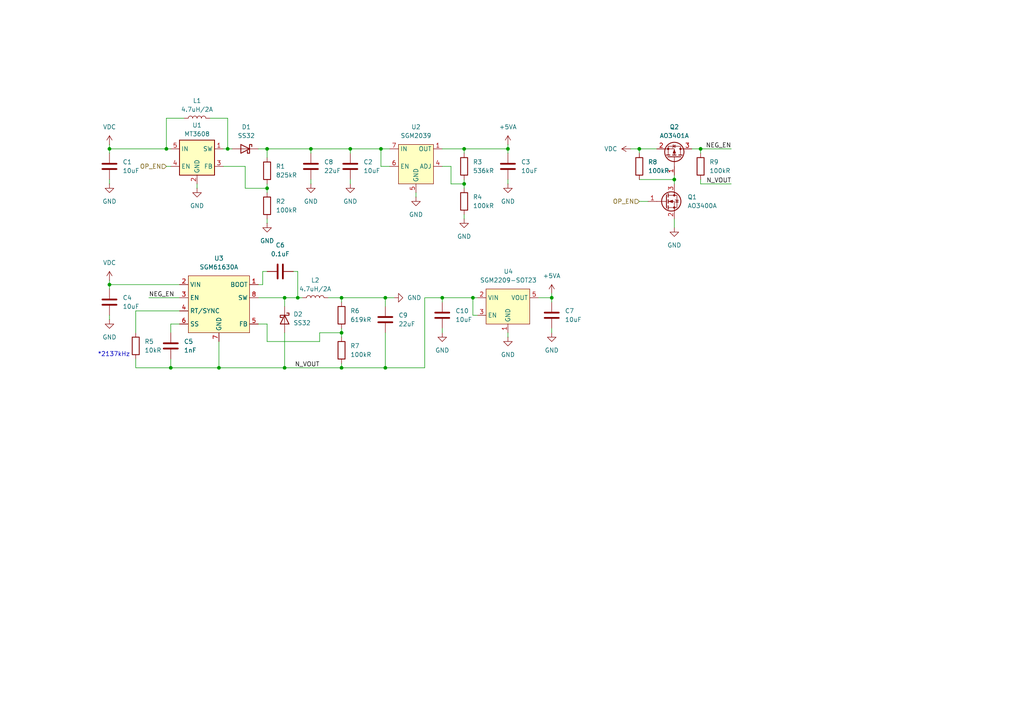
<source format=kicad_sch>
(kicad_sch (version 20250114) (generator "eeschema") (generator_version "9.0")
  (paper "A4")
  (lib_symbols
    (symbol "Device:C" (pin_numbers (hide yes)) (pin_names (offset 0.254))
      (property "Reference" "C" (at 0.635 2.54 0))
      (property "Value" "C" (at 0.635 -2.54 0))
      (symbol "C_0_1"
        (polyline (pts (xy -2.032 0.762) (xy 2.032 0.762)) (stroke (width 0.508)))
        (polyline (pts (xy -2.032 -0.762) (xy 2.032 -0.762)) (stroke (width 0.508)))
      )
      (symbol "C_1_1"
        (pin passive line (at 0 3.81 270) (length 2.794) (name "~") (number "1"))
        (pin passive line (at 0 -3.81 90) (length 2.794) (name "~") (number "2"))
      )
    )
    (symbol "Device:L" (pin_numbers (hide yes)) (pin_names (offset 1.016) (hide yes))
      (property "Reference" "L" (at -1.27 0 90))
      (property "Value" "L" (at 1.905 0 90))
      (symbol "L_0_1"
        (arc (start 0 2.54) (mid 0.6323 1.905) (end 0 1.27))
        (arc (start 0 1.27) (mid 0.6323 0.635) (end 0 0))
        (arc (start 0 0) (mid 0.6323 -0.635) (end 0 -1.27))
        (arc (start 0 -1.27) (mid 0.6323 -1.905) (end 0 -2.54))
      )
      (symbol "L_1_1"
        (pin passive line (at 0 3.81 270) (length 1.27) (name "1") (number "1"))
        (pin passive line (at 0 -3.81 90) (length 1.27) (name "2") (number "2"))
      )
    )
    (symbol "Device:R" (pin_numbers (hide yes)) (pin_names (offset 0))
      (property "Reference" "R" (at 2.032 0 90))
      (property "Value" "R" (at 0 0 90))
      (symbol "R_0_1"
        (rectangle (start -1.016 -2.54) (end 1.016 2.54) (stroke (width 0.254)))
      )
      (symbol "R_1_1"
        (pin passive line (at 0 3.81 270) (length 1.27) (name "~") (number "1"))
        (pin passive line (at 0 -3.81 90) (length 1.27) (name "~") (number "2"))
      )
    )
    (symbol "Diode:SS32" (pin_numbers (hide yes)) (pin_names (offset 1.016) (hide yes))
      (property "Reference" "D" (at 0 2.54 0))
      (property "Value" "SS32" (at 0 -2.54 0))
      (symbol "SS32_0_1"
        (polyline (pts (xy -1.905 0.635) (xy -1.905 1.27) (xy -1.27 1.27) (xy -1.27 -1.27) (xy -0.635 -1.27) (xy -0.635 -0.635)) (stroke (width 0.254)))
        (polyline (pts (xy 1.27 1.27) (xy 1.27 -1.27) (xy -1.27 0) (xy 1.27 1.27)) (stroke (width 0.254)))
        (polyline (pts (xy 1.27 0) (xy -1.27 0)))
      )
      (symbol "SS32_1_1"
        (pin passive line (at -3.81 0 0) (length 2.54) (name "K") (number "1"))
        (pin passive line (at 3.81 0 180) (length 2.54) (name "A") (number "2"))
      )
    )
    (symbol "Regulator_Switching:MT3608"
      (property "Reference" "U" (at -2.54 8.89 0))
      (property "Value" "MT3608" (at -3.81 6.35 0))
      (symbol "MT3608_0_1"
        (rectangle (start -5.08 5.08) (end 5.08 -5.08) (stroke (width 0.254)) (fill (type background)))
      )
      (symbol "MT3608_1_1"
        (pin power_in line (at -7.62 2.54 0) (length 2.54) (name "IN") (number "5"))
        (pin input line (at -7.62 -2.54 0) (length 2.54) (name "EN") (number "4"))
        (pin power_in line (at 0 -7.62 90) (length 2.54) (name "GND") (number "2"))
        (pin no_connect line (at 5.08 0 180) (length 2.54) (hide yes) (name "NC") (number "6"))
        (pin passive line (at 7.62 2.54 180) (length 2.54) (name "SW") (number "1"))
        (pin input line (at 7.62 -2.54 180) (length 2.54) (name "FB") (number "3"))
      )
    )
    (symbol "SGM_Power:SGM2039"
      (property "Reference" "U" (at 0 0.254 0))
      (property "Value" "SGM2039" (at 0 0 0))
      (symbol "SGM2039_1_1"
        (rectangle (start -5.08 3.81) (end 5.08 -7.62) (fill (type background)))
        (pin passive line (at -7.62 2.54 0) (length 2.54) (name "IN") (number "7"))
        (pin passive line (at -7.62 2.54 0) (length 2.54) (hide yes) (name "IN") (number "8"))
        (pin passive line (at -7.62 -2.54 0) (length 2.54) (name "EN") (number "6"))
        (pin no_connect line (at 0 7.62 270) (length 2.54) (hide yes) (name "NC") (number "3"))
        (pin passive line (at 0 -10.16 90) (length 2.54) (name "GND") (number "5"))
        (pin passive line (at 0 -10.16 90) (length 2.54) (hide yes) (name "EP") (number "9"))
        (pin passive line (at 7.62 2.54 180) (length 2.54) (name "OUT") (number "1"))
        (pin passive line (at 7.62 2.54 180) (length 2.54) (hide yes) (name "OUT") (number "2"))
        (pin passive line (at 7.62 -2.54 180) (length 2.54) (name "ADJ") (number "4"))
      )
    )
    (symbol "SGM_Power:SGM2209"
      (property "Reference" "U" (at 0 0 0))
      (property "Value" "SGM2209-SOT23" (at 0 0 0))
      (symbol "SGM2209_1_1"
        (rectangle (start -6.35 5.08) (end 6.35 -5.08) (fill (type background)))
        (pin passive line (at -8.89 2.54 0) (length 2.54) (name "VIN") (number "2"))
        (pin passive line (at -8.89 -2.54 0) (length 2.54) (name "EN") (number "3"))
        (pin passive line (at 0 -7.62 90) (length 2.54) (name "GND") (number "1"))
        (pin passive line (at 8.89 2.54 180) (length 2.54) (name "VOUT") (number "5"))
        (pin no_connect line (at 8.89 -2.54 180) (length 2.54) (hide yes) (name "NC") (number "4"))
      )
    )
    (symbol "SGM_Power:SGM61630A"
      (property "Reference" "U" (at 0 0 0))
      (property "Value" "SGM61630A" (at 0 0 0))
      (symbol "SGM61630A_1_1"
        (rectangle (start -8.89 7.62) (end 8.89 -8.89) (fill (type background)))
        (pin passive line (at -11.43 5.08 0) (length 2.54) (name "VIN") (number "2"))
        (pin passive line (at -11.43 1.27 0) (length 2.54) (name "EN") (number "3"))
        (pin passive line (at -11.43 -2.54 0) (length 2.54) (name "RT/SYNC") (number "4"))
        (pin passive line (at -11.43 -6.35 0) (length 2.54) (name "SS") (number "6"))
        (pin passive line (at 0 -11.43 90) (length 2.54) (name "GND") (number "7"))
        (pin passive line (at 0 -11.43 90) (length 2.54) (hide yes) (name "EP") (number "9"))
        (pin passive line (at 11.43 5.08 180) (length 2.54) (name "BOOT") (number "1"))
        (pin passive line (at 11.43 1.27 180) (length 2.54) (name "SW") (number "8"))
        (pin passive line (at 11.43 -6.35 180) (length 2.54) (name "FB") (number "5"))
      )
    )
    (symbol "Transistor_FET:AO3400A" (pin_names (hide yes))
      (property "Reference" "Q" (at 5.08 1.905 0))
      (property "Value" "AO3400A" (at 5.08 0 0))
      (symbol "AO3400A_0_1"
        (polyline (pts (xy 0.254 1.905) (xy 0.254 -1.905)) (stroke (width 0.254)))
        (polyline (pts (xy 0.254 0) (xy -2.54 0)))
        (polyline (pts (xy 0.762 2.286) (xy 0.762 1.27)) (stroke (width 0.254)))
        (polyline (pts (xy 0.762 0.508) (xy 0.762 -0.508)) (stroke (width 0.254)))
        (polyline (pts (xy 0.762 -1.27) (xy 0.762 -2.286)) (stroke (width 0.254)))
        (polyline (pts (xy 0.762 -1.778) (xy 3.302 -1.778) (xy 3.302 1.778) (xy 0.762 1.778)))
        (polyline (pts (xy 1.016 0) (xy 2.032 0.381) (xy 2.032 -0.381) (xy 1.016 0)) (fill (type outline)))
        (circle (center 1.651 0) (radius 2.794) (stroke (width 0.254)))
        (polyline (pts (xy 2.54 2.54) (xy 2.54 1.778)))
        (circle (center 2.54 1.778) (radius 0.254) (fill (type outline)))
        (circle (center 2.54 -1.778) (radius 0.254) (fill (type outline)))
        (polyline (pts (xy 2.54 -2.54) (xy 2.54 0) (xy 0.762 0)))
        (polyline (pts (xy 2.794 0.508) (xy 2.921 0.381) (xy 3.683 0.381) (xy 3.81 0.254)))
        (polyline (pts (xy 3.302 0.381) (xy 2.921 -0.254) (xy 3.683 -0.254) (xy 3.302 0.381)))
      )
      (symbol "AO3400A_1_1"
        (pin input line (at -5.08 0 0) (length 2.54) (name "G") (number "1"))
        (pin passive line (at 2.54 5.08 270) (length 2.54) (name "D") (number "3"))
        (pin passive line (at 2.54 -5.08 90) (length 2.54) (name "S") (number "2"))
      )
    )
    (symbol "Transistor_FET:AO3401A" (pin_names (hide yes))
      (property "Reference" "Q" (at 5.08 1.905 0))
      (property "Value" "AO3401A" (at 5.08 0 0))
      (symbol "AO3401A_0_1"
        (polyline (pts (xy 0.254 1.905) (xy 0.254 -1.905)) (stroke (width 0.254)))
        (polyline (pts (xy 0.254 0) (xy -2.54 0)))
        (polyline (pts (xy 0.762 2.286) (xy 0.762 1.27)) (stroke (width 0.254)))
        (polyline (pts (xy 0.762 1.778) (xy 3.302 1.778) (xy 3.302 -1.778) (xy 0.762 -1.778)))
        (polyline (pts (xy 0.762 0.508) (xy 0.762 -0.508)) (stroke (width 0.254)))
        (polyline (pts (xy 0.762 -1.27) (xy 0.762 -2.286)) (stroke (width 0.254)))
        (circle (center 1.651 0) (radius 2.794) (stroke (width 0.254)))
        (polyline (pts (xy 2.286 0) (xy 1.27 0.381) (xy 1.27 -0.381) (xy 2.286 0)) (fill (type outline)))
        (polyline (pts (xy 2.54 2.54) (xy 2.54 1.778)))
        (circle (center 2.54 1.778) (radius 0.254) (fill (type outline)))
        (circle (center 2.54 -1.778) (radius 0.254) (fill (type outline)))
        (polyline (pts (xy 2.54 -2.54) (xy 2.54 0) (xy 0.762 0)))
        (polyline (pts (xy 2.794 -0.508) (xy 2.921 -0.381) (xy 3.683 -0.381) (xy 3.81 -0.254)))
        (polyline (pts (xy 3.302 -0.381) (xy 2.921 0.254) (xy 3.683 0.254) (xy 3.302 -0.381)))
      )
      (symbol "AO3401A_1_1"
        (pin input line (at -5.08 0 0) (length 2.54) (name "G") (number "1"))
        (pin passive line (at 2.54 5.08 270) (length 2.54) (name "D") (number "3"))
        (pin passive line (at 2.54 -5.08 90) (length 2.54) (name "S") (number "2"))
      )
    )
    (symbol "power:+5VA" (power) (pin_numbers (hide yes)) (pin_names (offset 0) (hide yes))
      (property "Value" "+5VA" (at 0 3.556 0))
      (symbol "+5VA_0_1"
        (polyline (pts (xy -0.762 1.27) (xy 0 2.54)))
        (polyline (pts (xy 0 2.54) (xy 0.762 1.27)))
        (polyline (pts (xy 0 0) (xy 0 2.54)))
      )
      (symbol "+5VA_1_1"
        (pin power_in line (at 0 0 90) (length 0) (name "~") (number "1"))
      )
    )
    (symbol "power:GND" (power) (pin_numbers (hide yes)) (pin_names (offset 0) (hide yes))
      (property "Value" "GND" (at 0 -3.81 0))
      (symbol "GND_0_1"
        (polyline (pts (xy 0 0) (xy 0 -1.27) (xy 1.27 -1.27) (xy 0 -2.54) (xy -1.27 -1.27) (xy 0 -1.27)))
      )
      (symbol "GND_1_1"
        (pin power_in line (at 0 0 270) (length 0) (name "~") (number "1"))
      )
    )
    (symbol "power:VDC" (power) (pin_numbers (hide yes)) (pin_names (offset 0) (hide yes))
      (property "Value" "VDC" (at 0 3.556 0))
      (symbol "VDC_0_1"
        (polyline (pts (xy -0.762 1.27) (xy 0 2.54)))
        (polyline (pts (xy 0 2.54) (xy 0.762 1.27)))
        (polyline (pts (xy 0 0) (xy 0 2.54)))
      )
      (symbol "VDC_1_1"
        (pin power_in line (at 0 0 90) (length 0) (name "~") (number "1"))
      )
    )
  )
  (text "*2137kHz" (at 33.02 102.87 0) (effects (font (size 1.27 1.27))))
  (junction (at 134.62 43.18))
  (junction (at 128.27 86.36))
  (junction (at 77.47 43.18))
  (junction (at 31.75 43.18))
  (junction (at 195.58 52.07))
  (junction (at 66.04 43.18))
  (junction (at 48.26 43.18))
  (junction (at 49.53 106.68))
  (junction (at 31.75 82.55))
  (junction (at 110.49 43.18))
  (junction (at 77.47 54.61))
  (junction (at 101.6 43.18))
  (junction (at 99.06 106.68))
  (junction (at 82.55 86.36))
  (junction (at 90.17 43.18))
  (junction (at 86.36 86.36))
  (junction (at 160.02 86.36))
  (junction (at 134.62 53.34))
  (junction (at 82.55 106.68))
  (junction (at 63.5 106.68))
  (junction (at 111.76 86.36))
  (junction (at 137.16 86.36))
  (junction (at 203.2 43.18))
  (junction (at 111.76 106.68))
  (junction (at 99.06 96.52))
  (junction (at 99.06 86.36))
  (junction (at 147.32 43.18))
  (junction (at 185.42 43.18))
  (wire (pts (xy 52.07 93.98) (xy 49.53 93.98)))
  (wire (pts (xy 39.37 104.14) (xy 39.37 106.68)))
  (wire (pts (xy 134.62 43.18) (xy 147.32 43.18)))
  (wire (pts (xy 160.02 86.36) (xy 160.02 87.63)))
  (wire (pts (xy 99.06 106.68) (xy 82.55 106.68)))
  (wire (pts (xy 160.02 95.25) (xy 160.02 96.52)))
  (wire (pts (xy 128.27 43.18) (xy 134.62 43.18)))
  (wire (pts (xy 99.06 105.41) (xy 99.06 106.68)))
  (wire (pts (xy 71.12 54.61) (xy 77.47 54.61)))
  (wire (pts (xy 39.37 90.17) (xy 52.07 90.17)))
  (wire (pts (xy 95.25 86.36) (xy 99.06 86.36)))
  (wire (pts (xy 90.17 52.07) (xy 90.17 53.34)))
  (wire (pts (xy 77.47 54.61) (xy 77.47 55.88)))
  (wire (pts (xy 31.75 81.28) (xy 31.75 82.55)))
  (wire (pts (xy 49.53 106.68) (xy 63.5 106.68)))
  (wire (pts (xy 99.06 96.52) (xy 99.06 97.79)))
  (wire (pts (xy 64.77 43.18) (xy 66.04 43.18)))
  (wire (pts (xy 82.55 96.52) (xy 82.55 106.68)))
  (wire (pts (xy 111.76 86.36) (xy 99.06 86.36)))
  (wire (pts (xy 48.26 34.29) (xy 48.26 43.18)))
  (wire (pts (xy 134.62 52.07) (xy 134.62 53.34)))
  (wire (pts (xy 92.71 96.52) (xy 99.06 96.52)))
  (wire (pts (xy 92.71 99.06) (xy 92.71 96.52)))
  (wire (pts (xy 77.47 78.74) (xy 76.2 78.74)))
  (wire (pts (xy 77.47 99.06) (xy 92.71 99.06)))
  (wire (pts (xy 74.93 86.36) (xy 82.55 86.36)))
  (wire (pts (xy 90.17 43.18) (xy 101.6 43.18)))
  (wire (pts (xy 82.55 86.36) (xy 82.55 88.9)))
  (wire (pts (xy 48.26 48.26) (xy 49.53 48.26)))
  (wire (pts (xy 130.81 48.26) (xy 130.81 53.34)))
  (wire (pts (xy 182.88 43.18) (xy 185.42 43.18)))
  (wire (pts (xy 77.47 43.18) (xy 77.47 45.72)))
  (wire (pts (xy 101.6 52.07) (xy 101.6 53.34)))
  (wire (pts (xy 49.53 104.14) (xy 49.53 106.68)))
  (wire (pts (xy 74.93 43.18) (xy 77.47 43.18)))
  (wire (pts (xy 203.2 53.34) (xy 212.09 53.34)))
  (wire (pts (xy 138.43 91.44) (xy 137.16 91.44)))
  (wire (pts (xy 31.75 82.55) (xy 31.75 83.82)))
  (wire (pts (xy 31.75 82.55) (xy 52.07 82.55)))
  (wire (pts (xy 99.06 95.25) (xy 99.06 96.52)))
  (wire (pts (xy 99.06 86.36) (xy 99.06 87.63)))
  (wire (pts (xy 48.26 43.18) (xy 49.53 43.18)))
  (wire (pts (xy 77.47 63.5) (xy 77.47 64.77)))
  (wire (pts (xy 195.58 63.5) (xy 195.58 66.04)))
  (wire (pts (xy 156.21 86.36) (xy 160.02 86.36)))
  (wire (pts (xy 128.27 95.25) (xy 128.27 96.52)))
  (wire (pts (xy 49.53 93.98) (xy 49.53 96.52)))
  (wire (pts (xy 137.16 86.36) (xy 128.27 86.36)))
  (wire (pts (xy 77.47 53.34) (xy 77.47 54.61)))
  (wire (pts (xy 114.3 86.36) (xy 111.76 86.36)))
  (wire (pts (xy 138.43 86.36) (xy 137.16 86.36)))
  (wire (pts (xy 64.77 48.26) (xy 71.12 48.26)))
  (wire (pts (xy 147.32 52.07) (xy 147.32 53.34)))
  (wire (pts (xy 43.18 86.36) (xy 52.07 86.36)))
  (wire (pts (xy 66.04 34.29) (xy 66.04 43.18)))
  (wire (pts (xy 86.36 78.74) (xy 86.36 86.36)))
  (wire (pts (xy 147.32 41.91) (xy 147.32 43.18)))
  (wire (pts (xy 111.76 106.68) (xy 99.06 106.68)))
  (wire (pts (xy 195.58 52.07) (xy 195.58 53.34)))
  (wire (pts (xy 85.09 78.74) (xy 86.36 78.74)))
  (wire (pts (xy 31.75 44.45) (xy 31.75 43.18)))
  (wire (pts (xy 31.75 91.44) (xy 31.75 92.71)))
  (wire (pts (xy 86.36 86.36) (xy 87.63 86.36)))
  (wire (pts (xy 39.37 106.68) (xy 49.53 106.68)))
  (wire (pts (xy 185.42 52.07) (xy 195.58 52.07)))
  (wire (pts (xy 128.27 86.36) (xy 128.27 87.63)))
  (wire (pts (xy 77.47 93.98) (xy 77.47 99.06)))
  (wire (pts (xy 128.27 48.26) (xy 130.81 48.26)))
  (wire (pts (xy 128.27 86.36) (xy 123.19 86.36)))
  (wire (pts (xy 113.03 48.26) (xy 110.49 48.26)))
  (wire (pts (xy 203.2 43.18) (xy 203.2 44.45)))
  (wire (pts (xy 74.93 93.98) (xy 77.47 93.98)))
  (wire (pts (xy 110.49 48.26) (xy 110.49 43.18)))
  (wire (pts (xy 101.6 43.18) (xy 101.6 44.45)))
  (wire (pts (xy 31.75 41.91) (xy 31.75 43.18)))
  (wire (pts (xy 76.2 78.74) (xy 76.2 82.55)))
  (wire (pts (xy 31.75 52.07) (xy 31.75 53.34)))
  (wire (pts (xy 203.2 52.07) (xy 203.2 53.34)))
  (wire (pts (xy 203.2 43.18) (xy 212.09 43.18)))
  (wire (pts (xy 190.5 43.18) (xy 185.42 43.18)))
  (wire (pts (xy 76.2 82.55) (xy 74.93 82.55)))
  (wire (pts (xy 60.96 34.29) (xy 66.04 34.29)))
  (wire (pts (xy 63.5 106.68) (xy 63.5 99.06)))
  (wire (pts (xy 101.6 43.18) (xy 110.49 43.18)))
  (wire (pts (xy 123.19 106.68) (xy 111.76 106.68)))
  (wire (pts (xy 111.76 86.36) (xy 111.76 88.9)))
  (wire (pts (xy 120.65 55.88) (xy 120.65 57.15)))
  (wire (pts (xy 113.03 43.18) (xy 110.49 43.18)))
  (wire (pts (xy 134.62 53.34) (xy 134.62 54.61)))
  (wire (pts (xy 71.12 48.26) (xy 71.12 54.61)))
  (wire (pts (xy 39.37 96.52) (xy 39.37 90.17)))
  (wire (pts (xy 147.32 43.18) (xy 147.32 44.45)))
  (wire (pts (xy 82.55 86.36) (xy 86.36 86.36)))
  (wire (pts (xy 130.81 53.34) (xy 134.62 53.34)))
  (wire (pts (xy 134.62 62.23) (xy 134.62 63.5)))
  (wire (pts (xy 53.34 34.29) (xy 48.26 34.29)))
  (wire (pts (xy 147.32 96.52) (xy 147.32 97.79)))
  (wire (pts (xy 82.55 106.68) (xy 63.5 106.68)))
  (wire (pts (xy 185.42 58.42) (xy 187.96 58.42)))
  (wire (pts (xy 195.58 50.8) (xy 195.58 52.07)))
  (wire (pts (xy 185.42 43.18) (xy 185.42 44.45)))
  (wire (pts (xy 134.62 43.18) (xy 134.62 44.45)))
  (wire (pts (xy 137.16 86.36) (xy 137.16 91.44)))
  (wire (pts (xy 57.15 53.34) (xy 57.15 54.61)))
  (wire (pts (xy 160.02 85.09) (xy 160.02 86.36)))
  (wire (pts (xy 111.76 96.52) (xy 111.76 106.68)))
  (wire (pts (xy 200.66 43.18) (xy 203.2 43.18)))
  (wire (pts (xy 31.75 43.18) (xy 48.26 43.18)))
  (wire (pts (xy 90.17 44.45) (xy 90.17 43.18)))
  (wire (pts (xy 66.04 43.18) (xy 67.31 43.18)))
  (wire (pts (xy 123.19 86.36) (xy 123.19 106.68)))
  (wire (pts (xy 90.17 43.18) (xy 77.47 43.18)))
  (label "NEG_EN" (at 212.09 43.18 180))
  (label "N_VOUT" (at 92.71 106.68 180))
  (label "NEG_EN" (at 43.18 86.36 0))
  (label "N_VOUT" (at 212.09 53.34 180))
  (hierarchical_label "OP_EN" (shape input) (at 185.42 58.42 180))
  (hierarchical_label "OP_EN" (shape input) (at 48.26 48.26 180))
  (symbol (lib_id "Device:C") (at 160.02 91.44 0) (unit 1)
    (property "Reference" "C7" (at 163.83 90.1699 0) (effects (justify left)))
    (property "Value" "10uF" (at 163.83 92.7099 0) (effects (justify left)))
    (property "Description" "Unpolarized capacitor" (effects (hide yes)))
  )
  (symbol (lib_id "Device:C") (at 90.17 48.26 0) (unit 1)
    (property "Reference" "C8" (at 93.98 46.9899 0) (effects (justify left)))
    (property "Value" "22uF" (at 93.98 49.5299 0) (effects (justify left)))
    (property "Footprint" "Capacitor_SMD:C_1206_3216Metric" (effects (hide yes)))
    (property "Description" "Unpolarized capacitor" (effects (hide yes)))
    (property "Part No." "GRM31CR71A226KE15#" (effects (hide yes)))
    (property "Vendor" "muRata" (effects (hide yes)))
  )
  (symbol (lib_id "Device:R") (at 203.2 48.26 0) (unit 1)
    (property "Reference" "R9" (at 205.74 46.9899 0) (effects (justify left)))
    (property "Value" "100kR" (at 205.74 49.5299 0) (effects (justify left)))
    (property "Footprint" "Resistor_SMD:R_0603_1608Metric" (effects (hide yes)))
    (property "Description" "Resistor" (effects (hide yes)))
  )
  (symbol (lib_id "Device:C") (at 49.53 100.33 0) (unit 1)
    (property "Reference" "C5" (at 53.34 99.0599 0) (effects (justify left)))
    (property "Value" "1nF" (at 53.34 101.5999 0) (effects (justify left)))
    (property "Description" "Unpolarized capacitor" (effects (hide yes)))
  )
  (symbol (lib_id "power:GND") (at 101.6 53.34 0) (unit 1)
    (property "Reference" "#PWR06" (effects (hide yes)))
    (property "Value" "GND" (at 101.6 58.42 0))
    (property "Description" "Power symbol creates a global label with name \"GND\" , ground" (effects (hide yes)))
  )
  (symbol (lib_id "Device:R") (at 185.42 48.26 0) (unit 1)
    (property "Reference" "R8" (at 187.96 46.9899 0) (effects (justify left)))
    (property "Value" "100kR" (at 187.96 49.5299 0) (effects (justify left)))
    (property "Footprint" "Resistor_SMD:R_0603_1608Metric" (effects (hide yes)))
    (property "Description" "Resistor" (effects (hide yes)))
  )
  (symbol (lib_id "Device:C") (at 128.27 91.44 0) (unit 1)
    (property "Reference" "C10" (at 132.08 90.1699 0) (effects (justify left)))
    (property "Value" "10uF" (at 132.08 92.7099 0) (effects (justify left)))
    (property "Description" "Unpolarized capacitor" (effects (hide yes)))
  )
  (symbol (lib_id "power:GND") (at 195.58 66.04 0) (unit 1)
    (property "Reference" "#PWR037" (effects (hide yes)))
    (property "Value" "GND" (at 195.58 71.12 0))
    (property "Description" "Power symbol creates a global label with name \"GND\" , ground" (effects (hide yes)))
  )
  (symbol (lib_id "Device:R") (at 134.62 58.42 0) (unit 1)
    (property "Reference" "R4" (at 137.16 57.1499 0) (effects (justify left)))
    (property "Value" "100kR" (at 137.16 59.6899 0) (effects (justify left)))
    (property "Description" "Resistor" (effects (hide yes)))
  )
  (symbol (lib_id "Device:C") (at 101.6 48.26 0) (unit 1)
    (property "Reference" "C2" (at 105.41 46.9899 0) (effects (justify left)))
    (property "Value" "10uF" (at 105.41 49.5299 0) (effects (justify left)))
    (property "Description" "Unpolarized capacitor" (effects (hide yes)))
  )
  (symbol (lib_id "power:GND") (at 128.27 96.52 0) (unit 1)
    (property "Reference" "#PWR016" (effects (hide yes)))
    (property "Value" "GND" (at 128.27 101.6 0))
    (property "Description" "Power symbol creates a global label with name \"GND\" , ground" (effects (hide yes)))
  )
  (symbol (lib_id "Device:L") (at 91.44 86.36 90) (unit 1)
    (property "Reference" "L2" (at 91.44 81.28 90))
    (property "Value" "4.7uH/2A" (at 91.44 83.82 90))
    (property "Footprint" "Inductor_SMD:L_Changjiang_FNR4020S" (effects (hide yes)))
    (property "Description" "Inductor" (effects (hide yes)))
    (property "Part No." "FNR4020S4R7MT" (effects (hide yes)))
    (property "Vendor" "cjiang" (effects (hide yes)))
    (property "Fetched" "20" (effects (hide yes)))
  )
  (symbol (lib_id "SGM_Power:SGM61630A") (at 63.5 87.63 0) (unit 1)
    (property "Reference" "U3" (at 63.5 74.93 0))
    (property "Value" "SGM61630A" (at 63.5 77.47 0))
  )
  (symbol (lib_id "Transistor_FET:AO3400A") (at 193.04 58.42 0) (unit 1)
    (property "Reference" "Q1" (at 199.39 57.1499 0) (effects (justify left)))
    (property "Value" "AO3400A" (at 199.39 59.6899 0) (effects (justify left)))
    (property "Footprint" "Package_TO_SOT_SMD:SOT-23" (effects (hide yes)))
    (property "Datasheet" "http://www.aosmd.com/pdfs/datasheet/AO3400A.pdf" (effects (hide yes)))
    (property "Description" "30V Vds, 5.7A Id, N-Channel MOSFET, SOT-23" (effects (hide yes)))
  )
  (symbol (lib_id "power:VDC") (at 31.75 41.91 0) (unit 1)
    (property "Reference" "#PWR03" (effects (hide yes)))
    (property "Value" "VDC" (at 31.75 36.83 0))
    (property "Description" "Power symbol creates a global label with name \"VDC\"" (effects (hide yes)))
  )
  (symbol (lib_id "Device:C") (at 31.75 87.63 0) (unit 1)
    (property "Reference" "C4" (at 35.56 86.3599 0) (effects (justify left)))
    (property "Value" "10uF" (at 35.56 88.8999 0) (effects (justify left)))
    (property "Description" "Unpolarized capacitor" (effects (hide yes)))
  )
  (symbol (lib_id "Device:R") (at 134.62 48.26 0) (unit 1)
    (property "Reference" "R3" (at 137.16 46.9899 0) (effects (justify left)))
    (property "Value" "536kR" (at 137.16 49.5299 0) (effects (justify left)))
    (property "Description" "Resistor" (effects (hide yes)))
  )
  (symbol (lib_id "power:GND") (at 90.17 53.34 0) (unit 1)
    (property "Reference" "#PWR05" (effects (hide yes)))
    (property "Value" "GND" (at 90.17 58.42 0))
    (property "Description" "Power symbol creates a global label with name \"GND\" , ground" (effects (hide yes)))
  )
  (symbol (lib_id "power:GND") (at 57.15 54.61 0) (unit 1)
    (property "Reference" "#PWR01" (effects (hide yes)))
    (property "Value" "GND" (at 57.15 59.69 0))
    (property "Description" "Power symbol creates a global label with name \"GND\" , ground" (effects (hide yes)))
  )
  (symbol (lib_id "Device:C") (at 147.32 48.26 0) (unit 1)
    (property "Reference" "C3" (at 151.13 46.9899 0) (effects (justify left)))
    (property "Value" "10uF" (at 151.13 49.5299 0) (effects (justify left)))
    (property "Description" "Unpolarized capacitor" (effects (hide yes)))
  )
  (symbol (lib_id "Device:R") (at 99.06 91.44 0) (unit 1)
    (property "Reference" "R6" (at 101.6 90.1699 0) (effects (justify left)))
    (property "Value" "619kR" (at 101.6 92.7099 0) (effects (justify left)))
    (property "Description" "Resistor" (effects (hide yes)))
  )
  (symbol (lib_id "power:GND") (at 31.75 53.34 0) (unit 1)
    (property "Reference" "#PWR02" (effects (hide yes)))
    (property "Value" "GND" (at 31.75 58.42 0))
    (property "Description" "Power symbol creates a global label with name \"GND\" , ground" (effects (hide yes)))
  )
  (symbol (lib_id "Device:C") (at 111.76 92.71 0) (unit 1)
    (property "Reference" "C9" (at 115.57 91.4399 0) (effects (justify left)))
    (property "Value" "22uF" (at 115.57 93.9799 0) (effects (justify left)))
    (property "Footprint" "Capacitor_SMD:C_1206_3216Metric" (effects (hide yes)))
    (property "Description" "Unpolarized capacitor" (effects (hide yes)))
    (property "Part No." "GRM31CR71A226KE15#" (effects (hide yes)))
    (property "Vendor" "muRata" (effects (hide yes)))
  )
  (symbol (lib_id "power:GND") (at 114.3 86.36 90) (unit 1)
    (property "Reference" "#PWR013" (effects (hide yes)))
    (property "Value" "GND" (at 118.11 86.3599 90) (effects (justify right)))
    (property "Description" "Power symbol creates a global label with name \"GND\" , ground" (effects (hide yes)))
  )
  (symbol (lib_id "power:+5VA") (at 147.32 41.91 0) (unit 1)
    (property "Reference" "#PWR010" (effects (hide yes)))
    (property "Value" "+5VA" (at 147.32 36.83 0))
    (property "Description" "Power symbol creates a global label with name \"+5VA\"" (effects (hide yes)))
  )
  (symbol (lib_id "SGM_Power:SGM2209") (at 147.32 88.9 0) (unit 1)
    (property "Reference" "U4" (at 147.447 78.74 0))
    (property "Value" "SGM2209-SOT23" (at 147.447 81.28 0))
  )
  (symbol (lib_id "power:GND") (at 77.47 64.77 0) (unit 1)
    (property "Reference" "#PWR04" (effects (hide yes)))
    (property "Value" "GND" (at 77.47 69.85 0))
    (property "Description" "Power symbol creates a global label with name \"GND\" , ground" (effects (hide yes)))
  )
  (symbol (lib_id "Device:R") (at 99.06 101.6 0) (unit 1)
    (property "Reference" "R7" (at 101.6 100.3299 0) (effects (justify left)))
    (property "Value" "100kR" (at 101.6 102.8699 0) (effects (justify left)))
    (property "Description" "Resistor" (effects (hide yes)))
  )
  (symbol (lib_id "power:GND") (at 31.75 92.71 0) (unit 1)
    (property "Reference" "#PWR012" (effects (hide yes)))
    (property "Value" "GND" (at 31.75 97.79 0))
    (property "Description" "Power symbol creates a global label with name \"GND\" , ground" (effects (hide yes)))
  )
  (symbol (lib_id "Device:L") (at 57.15 34.29 90) (unit 1)
    (property "Reference" "L1" (at 57.15 29.21 90))
    (property "Value" "4.7uH/2A" (at 57.15 31.75 90))
    (property "Footprint" "Inductor_SMD:L_Changjiang_FNR4020S" (effects (hide yes)))
    (property "Description" "Inductor" (effects (hide yes)))
    (property "Part No." "FNR4020S4R7MT" (effects (hide yes)))
    (property "Vendor" "cjiang" (effects (hide yes)))
    (property "Fetched" "20" (effects (hide yes)))
  )
  (symbol (lib_id "Device:R") (at 77.47 49.53 0) (unit 1)
    (property "Reference" "R1" (at 80.01 48.2599 0) (effects (justify left)))
    (property "Value" "825kR" (at 80.01 50.7999 0) (effects (justify left)))
    (property "Description" "Resistor" (effects (hide yes)))
  )
  (symbol (lib_id "Device:C") (at 31.75 48.26 0) (unit 1)
    (property "Reference" "C1" (at 35.56 46.9899 0) (effects (justify left)))
    (property "Value" "10uF" (at 35.56 49.5299 0) (effects (justify left)))
    (property "Description" "Unpolarized capacitor" (effects (hide yes)))
  )
  (symbol (lib_id "power:GND") (at 147.32 97.79 0) (unit 1)
    (property "Reference" "#PWR017" (effects (hide yes)))
    (property "Value" "GND" (at 147.32 102.87 0))
    (property "Description" "Power symbol creates a global label with name \"GND\" , ground" (effects (hide yes)))
  )
  (symbol (lib_id "power:+5VA") (at 160.02 85.09 0) (unit 1)
    (property "Reference" "#PWR014" (effects (hide yes)))
    (property "Value" "+5VA" (at 160.02 80.01 0))
    (property "Description" "Power symbol creates a global label with name \"+5VA\"" (effects (hide yes)))
  )
  (symbol (lib_id "power:GND") (at 160.02 96.52 0) (unit 1)
    (property "Reference" "#PWR015" (effects (hide yes)))
    (property "Value" "GND" (at 160.02 101.6 0))
    (property "Description" "Power symbol creates a global label with name \"GND\" , ground" (effects (hide yes)))
  )
  (symbol (lib_id "Diode:SS32") (at 82.55 92.71 270) (unit 1)
    (property "Reference" "D2" (at 85.09 91.1224 90) (effects (justify left)))
    (property "Value" "SS32" (at 85.09 93.6624 90) (effects (justify left)))
    (property "Footprint" "Diode_SMD:D_SMA" (effects (hide yes)))
    (property "Datasheet" "https://www.vishay.com/docs/88751/ss32.pdf" (effects (hide yes)))
    (property "Description" "20V 3A Schottky Diode, SMA" (effects (hide yes)))
  )
  (symbol (lib_id "power:GND") (at 147.32 53.34 0) (unit 1)
    (property "Reference" "#PWR09" (effects (hide yes)))
    (property "Value" "GND" (at 147.32 58.42 0))
    (property "Description" "Power symbol creates a global label with name \"GND\" , ground" (effects (hide yes)))
  )
  (symbol (lib_id "power:GND") (at 134.62 63.5 0) (unit 1)
    (property "Reference" "#PWR08" (effects (hide yes)))
    (property "Value" "GND" (at 134.62 68.58 0))
    (property "Description" "Power symbol creates a global label with name \"GND\" , ground" (effects (hide yes)))
  )
  (symbol (lib_id "SGM_Power:SGM2039") (at 120.65 45.72 0) (unit 1)
    (property "Reference" "U2" (at 120.65 36.83 0))
    (property "Value" "SGM2039" (at 120.65 39.37 0))
  )
  (symbol (lib_id "power:GND") (at 120.65 57.15 0) (unit 1)
    (property "Reference" "#PWR07" (effects (hide yes)))
    (property "Value" "GND" (at 120.65 62.23 0))
    (property "Description" "Power symbol creates a global label with name \"GND\" , ground" (effects (hide yes)))
  )
  (symbol (lib_id "power:VDC") (at 31.75 81.28 0) (unit 1)
    (property "Reference" "#PWR011" (effects (hide yes)))
    (property "Value" "VDC" (at 31.75 76.2 0))
    (property "Description" "Power symbol creates a global label with name \"VDC\"" (effects (hide yes)))
  )
  (symbol (lib_id "Device:R") (at 39.37 100.33 0) (unit 1)
    (property "Reference" "R5" (at 41.91 99.0599 0) (effects (justify left)))
    (property "Value" "10kR" (at 41.91 101.5999 0) (effects (justify left)))
    (property "Description" "Resistor" (effects (hide yes)))
  )
  (symbol (lib_id "Regulator_Switching:MT3608") (at 57.15 45.72 0) (unit 1)
    (property "Reference" "U1" (at 57.15 36.322 0))
    (property "Value" "MT3608" (at 57.15 38.862 0))
    (property "Footprint" "Package_TO_SOT_SMD:SOT-23-6" (effects (hide yes)))
    (property "Datasheet" "https://www.olimex.com/Products/Breadboarding/BB-PWR-3608/resources/MT3608.pdf" (effects (hide yes)))
    (property "Description" "High Efficiency 1.2MHz 2A Step Up Converter, 2-24V Vin, 28V Vout, 4A current limit, 1.2MHz, SOT23-6" (effects (hide yes)))
  )
  (symbol (lib_id "Transistor_FET:AO3401A") (at 195.58 45.72 270) (mirror x) (unit 1)
    (property "Reference" "Q2" (at 195.58 36.83 90))
    (property "Value" "AO3401A" (at 195.58 39.37 90))
    (property "Footprint" "Package_TO_SOT_SMD:SOT-23" (effects (hide yes)))
    (property "Datasheet" "http://www.aosmd.com/pdfs/datasheet/AO3401A.pdf" (effects (hide yes)))
    (property "Description" "-4.0A Id, -30V Vds, P-Channel MOSFET, SOT-23" (effects (hide yes)))
  )
  (symbol (lib_id "Device:C") (at 81.28 78.74 90) (unit 1)
    (property "Reference" "C6" (at 81.28 71.12 90))
    (property "Value" "0.1uF" (at 81.28 73.66 90))
    (property "Description" "Unpolarized capacitor" (effects (hide yes)))
  )
  (symbol (lib_id "Device:R") (at 77.47 59.69 0) (unit 1)
    (property "Reference" "R2" (at 80.01 58.4199 0) (effects (justify left)))
    (property "Value" "100kR" (at 80.01 60.9599 0) (effects (justify left)))
    (property "Description" "Resistor" (effects (hide yes)))
  )
  (symbol (lib_id "power:VDC") (at 182.88 43.18 90) (unit 1)
    (property "Reference" "#PWR031" (effects (hide yes)))
    (property "Value" "VDC" (at 179.07 43.1799 90) (effects (justify left)))
    (property "Description" "Power symbol creates a global label with name \"VDC\"" (effects (hide yes)))
  )
  (symbol (lib_id "Diode:SS32") (at 71.12 43.18 0) (mirror y) (unit 1)
    (property "Reference" "D1" (at 71.4375 36.83 0))
    (property "Value" "SS32" (at 71.4375 39.37 0))
    (property "Footprint" "Diode_SMD:D_SMA" (effects (hide yes)))
    (property "Datasheet" "https://www.vishay.com/docs/88751/ss32.pdf" (effects (hide yes)))
    (property "Description" "20V 3A Schottky Diode, SMA" (effects (hide yes)))
  )
)
</source>
